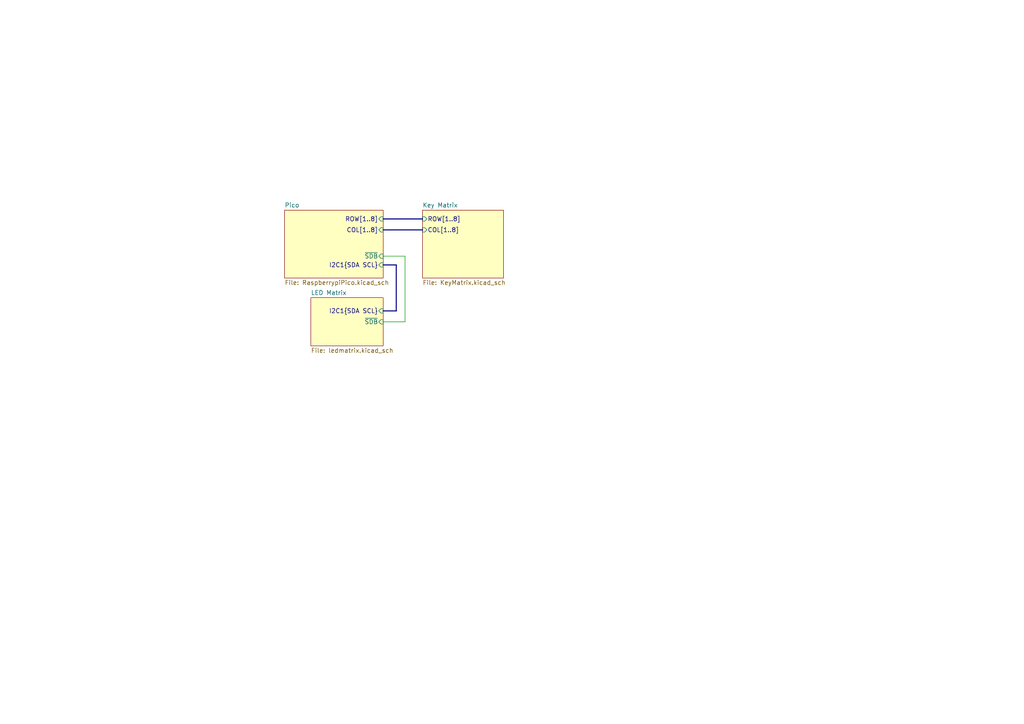
<source format=kicad_sch>
(kicad_sch (version 20211123) (generator eeschema)
  (paper "A4")
  (lib_symbols)
  (bus (pts (xy 111.125 76.835) (xy 114.935 76.835)))
  (wire (pts (xy 117.475 74.295) (xy 111.125 74.295)))
  (bus (pts (xy 114.935 76.835) (xy 114.935 90.17)))
  (wire (pts (xy 111.125 93.345) (xy 117.475 93.345)))
  (bus (pts (xy 114.935 90.17) (xy 111.125 90.17)))
  (bus (pts (xy 111.125 66.675) (xy 122.555 66.675)))
  (bus (pts (xy 111.125 63.5) (xy 122.555 63.5)))
  (wire (pts (xy 117.475 93.345) (xy 117.475 74.295)))
  (sheet (at 122.555 60.96) (size 23.495 19.685) (stroke (width 0.1524)) (fill (color 255 255 194 1.0000))
    (property "Sheet name" "Key Matrix" (at 122.555 60.2484 0) (effects (justify left bottom)))
    (property "Sheet file" "KeyMatrix.kicad_sch" (at 122.555 81.2296 0) (effects (justify left top)))
    (pin "ROW[1..8]" input (at 122.555 63.5 180))
    (pin "COL[1..8]" input (at 122.555 66.675 180))
  )
  (sheet (at 90.17 86.36) (size 20.955 13.97) (stroke (width 0.1524)) (fill (color 255 255 194 1.0000))
    (property "Sheet name" "LED Matrix" (at 90.17 85.6484 0) (effects (justify left bottom)))
    (property "Sheet file" "ledmatrix.kicad_sch" (at 90.17 100.9146 0) (effects (justify left top)))
    (pin "~{SDB}" input (at 111.125 93.345 0))
    (pin "I2C1{SDA SCL}" input (at 111.125 90.17 0))
  )
  (sheet (at 82.55 60.96) (size 28.575 19.685) (stroke (width 0.1524)) (fill (color 255 255 194 1.0000))
    (property "Sheet name" "Pico" (at 82.55 60.2484 0) (effects (justify left bottom)))
    (property "Sheet file" "RaspberrypiPico.kicad_sch" (at 82.55 81.2296 0) (effects (justify left top)))
    (pin "ROW[1..8]" input (at 111.125 63.5 0))
    (pin "COL[1..8]" input (at 111.125 66.675 0))
    (pin "I2C1{SDA SCL}" input (at 111.125 76.835 0))
    (pin "~{SDB}" input (at 111.125 74.295 0))
  )
)
</source>
